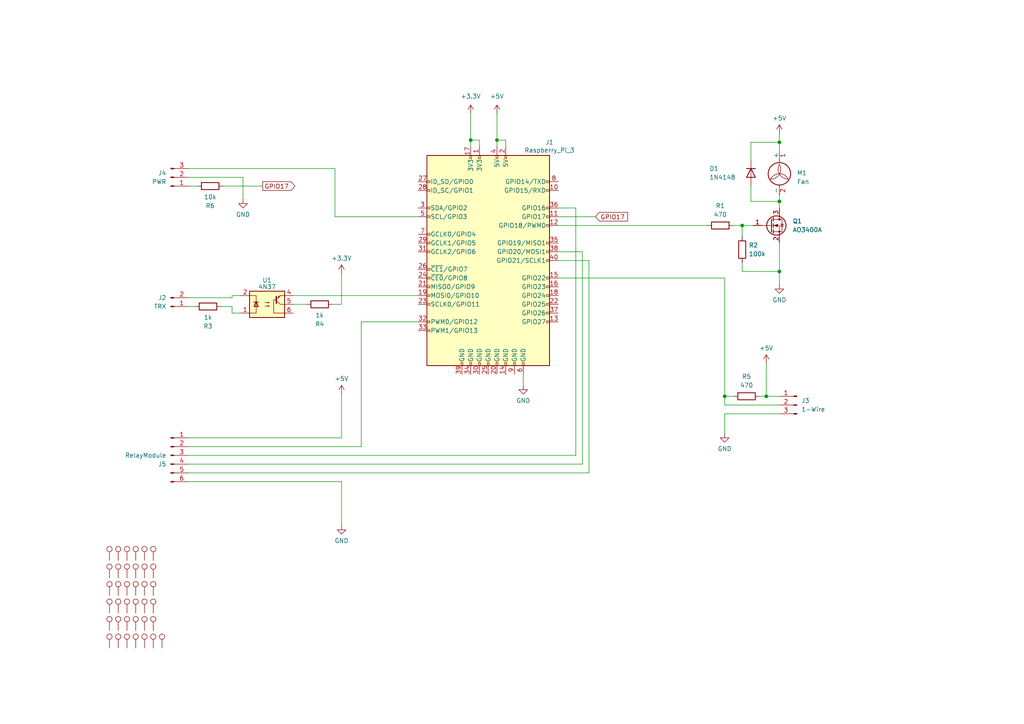
<source format=kicad_sch>
(kicad_sch (version 20231120) (generator "eeschema") (generator_version "8.0")
  (paper "A4")
  (lib_symbols
    (symbol "Connector:Conn_01x02_Pin" (pin_names (offset 1.016) hide)
      (property "Reference" "J" (at 0 2.54 0))
      (property "Value" "Conn_01x02_Pin" (at 0 -5.08 0))
      (symbol "Conn_01x02_Pin_1_1"
        (polyline (pts (xy 1.27 -2.54) (xy 0.8636 -2.54)) (stroke (width 0.1524)))
        (polyline (pts (xy 1.27 0) (xy 0.8636 0)) (stroke (width 0.1524)))
        (rectangle (start 0.8636 -2.413) (end 0 -2.667) (stroke (width 0.1524)) (fill (type outline)))
        (rectangle (start 0.8636 0.127) (end 0 -0.127) (stroke (width 0.1524)) (fill (type outline)))
        (pin passive line (at 5.08 0 180) (length 3.81) (name "Pin_1") (number "1"))
        (pin passive line (at 5.08 -2.54 180) (length 3.81) (name "Pin_2") (number "2"))
      )
    )
    (symbol "Connector:Conn_01x03_Pin" (pin_names (offset 1.016) hide)
      (property "Reference" "J" (at 0 5.08 0))
      (property "Value" "Conn_01x03_Pin" (at 0 -5.08 0))
      (symbol "Conn_01x03_Pin_1_1"
        (polyline (pts (xy 1.27 -2.54) (xy 0.8636 -2.54)) (stroke (width 0.1524)))
        (polyline (pts (xy 1.27 0) (xy 0.8636 0)) (stroke (width 0.1524)))
        (polyline (pts (xy 1.27 2.54) (xy 0.8636 2.54)) (stroke (width 0.1524)))
        (rectangle (start 0.8636 -2.413) (end 0 -2.667) (stroke (width 0.1524)) (fill (type outline)))
        (rectangle (start 0.8636 0.127) (end 0 -0.127) (stroke (width 0.1524)) (fill (type outline)))
        (rectangle (start 0.8636 2.667) (end 0 2.413) (stroke (width 0.1524)) (fill (type outline)))
        (pin passive line (at 5.08 2.54 180) (length 3.81) (name "Pin_1") (number "1"))
        (pin passive line (at 5.08 0 180) (length 3.81) (name "Pin_2") (number "2"))
        (pin passive line (at 5.08 -2.54 180) (length 3.81) (name "Pin_3") (number "3"))
      )
    )
    (symbol "Connector:Conn_01x06_Pin" (pin_names (offset 1.016) hide)
      (property "Reference" "J" (at 0 7.62 0))
      (property "Value" "Conn_01x06_Pin" (at 0 -10.16 0))
      (symbol "Conn_01x06_Pin_1_1"
        (polyline (pts (xy 1.27 -7.62) (xy 0.8636 -7.62)) (stroke (width 0.1524)))
        (polyline (pts (xy 1.27 -5.08) (xy 0.8636 -5.08)) (stroke (width 0.1524)))
        (polyline (pts (xy 1.27 -2.54) (xy 0.8636 -2.54)) (stroke (width 0.1524)))
        (polyline (pts (xy 1.27 0) (xy 0.8636 0)) (stroke (width 0.1524)))
        (polyline (pts (xy 1.27 2.54) (xy 0.8636 2.54)) (stroke (width 0.1524)))
        (polyline (pts (xy 1.27 5.08) (xy 0.8636 5.08)) (stroke (width 0.1524)))
        (rectangle (start 0.8636 -7.493) (end 0 -7.747) (stroke (width 0.1524)) (fill (type outline)))
        (rectangle (start 0.8636 -4.953) (end 0 -5.207) (stroke (width 0.1524)) (fill (type outline)))
        (rectangle (start 0.8636 -2.413) (end 0 -2.667) (stroke (width 0.1524)) (fill (type outline)))
        (rectangle (start 0.8636 0.127) (end 0 -0.127) (stroke (width 0.1524)) (fill (type outline)))
        (rectangle (start 0.8636 2.667) (end 0 2.413) (stroke (width 0.1524)) (fill (type outline)))
        (rectangle (start 0.8636 5.207) (end 0 4.953) (stroke (width 0.1524)) (fill (type outline)))
        (pin passive line (at 5.08 5.08 180) (length 3.81) (name "Pin_1") (number "1"))
        (pin passive line (at 5.08 2.54 180) (length 3.81) (name "Pin_2") (number "2"))
        (pin passive line (at 5.08 0 180) (length 3.81) (name "Pin_3") (number "3"))
        (pin passive line (at 5.08 -2.54 180) (length 3.81) (name "Pin_4") (number "4"))
        (pin passive line (at 5.08 -5.08 180) (length 3.81) (name "Pin_5") (number "5"))
        (pin passive line (at 5.08 -7.62 180) (length 3.81) (name "Pin_6") (number "6"))
      )
    )
    (symbol "Connector:TestPoint" (pin_numbers hide) (pin_names (offset 0.762) hide)
      (property "Reference" "TP" (at 0 6.858 0))
      (property "Value" "TestPoint" (at 0 5.08 0))
      (symbol "TestPoint_0_1"
        (circle (center 0 3.302) (radius 0.762))
      )
      (symbol "TestPoint_1_1"
        (pin passive line (at 0 0 90) (length 2.54) (name "1") (number "1"))
      )
    )
    (symbol "Device:R" (pin_numbers hide) (pin_names (offset 0))
      (property "Reference" "R" (at 2.032 0 90))
      (property "Value" "R" (at 0 0 90))
      (symbol "R_0_1"
        (rectangle (start -1.016 -2.54) (end 1.016 2.54) (stroke (width 0.254)))
      )
      (symbol "R_1_1"
        (pin passive line (at 0 3.81 270) (length 1.27) (name "~") (number "1"))
        (pin passive line (at 0 -3.81 90) (length 1.27) (name "~") (number "2"))
      )
    )
    (symbol "Diode:1N4148W" (pin_numbers hide) (pin_names hide)
      (property "Reference" "D" (at 0 2.54 0))
      (property "Value" "1N4148W" (at 0 -2.54 0))
      (symbol "1N4148W_0_1"
        (polyline (pts (xy -1.27 1.27) (xy -1.27 -1.27)) (stroke (width 0.254)))
        (polyline (pts (xy 1.27 0) (xy -1.27 0)))
        (polyline (pts (xy 1.27 1.27) (xy 1.27 -1.27) (xy -1.27 0) (xy 1.27 1.27)) (stroke (width 0.254)))
      )
      (symbol "1N4148W_1_1"
        (pin passive line (at -3.81 0 0) (length 2.54) (name "K") (number "1"))
        (pin passive line (at 3.81 0 180) (length 2.54) (name "A") (number "2"))
      )
    )
    (symbol "Isolator:4N37" (pin_names (offset 1.016))
      (property "Reference" "U" (at -5.08 5.08 0))
      (property "Value" "4N37" (at 0 5.08 0))
      (symbol "4N37_0_1"
        (rectangle (start -5.08 3.81) (end 5.08 -3.81) (stroke (width 0.254)) (fill (type background)))
        (polyline (pts (xy -3.81 -0.635) (xy -2.54 -0.635)) (stroke (width 0.254)))
        (polyline (pts (xy 2.667 -1.397) (xy 3.81 -2.54)))
        (polyline (pts (xy 2.667 -1.143) (xy 3.81 0)))
        (polyline (pts (xy 3.81 -2.54) (xy 5.08 -2.54)))
        (polyline (pts (xy 3.81 0) (xy 5.08 0)))
        (polyline (pts (xy 2.667 -0.254) (xy 2.667 -2.286) (xy 2.667 -2.286)) (stroke (width 0.3556)))
        (polyline (pts (xy -5.08 -2.54) (xy -3.175 -2.54) (xy -3.175 2.54) (xy -5.08 2.54)))
        (polyline (pts (xy -3.175 -0.635) (xy -3.81 0.635) (xy -2.54 0.635) (xy -3.175 -0.635)) (stroke (width 0.254)))
        (polyline (pts (xy 3.683 -2.413) (xy 3.429 -1.905) (xy 3.175 -2.159) (xy 3.683 -2.413)))
        (polyline (pts (xy 5.08 2.54) (xy 1.905 2.54) (xy 1.905 -1.27) (xy 2.54 -1.27)))
        (polyline (pts (xy -0.635 -0.508) (xy 0.635 -0.508) (xy 0.254 -0.635) (xy 0.254 -0.381) (xy 0.635 -0.508)))
        (polyline (pts (xy -0.635 0.508) (xy 0.635 0.508) (xy 0.254 0.381) (xy 0.254 0.635) (xy 0.635 0.508)))
      )
      (symbol "4N37_1_1"
        (pin passive line (at -7.62 2.54 0) (length 2.54) (name "~") (number "1"))
        (pin passive line (at -7.62 -2.54 0) (length 2.54) (name "~") (number "2"))
        (pin no_connect line (at -5.08 0 0) (length 2.54) hide (name "NC") (number "3"))
        (pin passive line (at 7.62 -2.54 180) (length 2.54) (name "~") (number "4"))
        (pin passive line (at 7.62 0 180) (length 2.54) (name "~") (number "5"))
        (pin passive line (at 7.62 2.54 180) (length 2.54) (name "~") (number "6"))
      )
    )
    (symbol "Motor:Fan" (pin_names (offset 0))
      (property "Reference" "M" (at 2.54 5.08 0))
      (property "Value" "Fan" (at 2.54 -2.54 0))
      (symbol "Fan_0_1"
        (arc (start -2.54 -0.508) (mid 0.0028 0.9121) (end 0 3.81))
        (polyline (pts (xy 0 -5.08) (xy 0 -4.572)))
        (polyline (pts (xy 0 -2.2352) (xy 0 -2.6416)))
        (polyline (pts (xy 0 4.2672) (xy 0 4.6228)))
        (polyline (pts (xy 0 4.572) (xy 0 5.08)))
        (circle (center 0 1.016) (radius 3.2512) (stroke (width 0.254)))
        (arc (start 0 3.81) (mid 0.053 0.921) (end 2.54 -0.508))
        (arc (start 2.54 -0.508) (mid 0 1.0618) (end -2.54 -0.508))
      )
      (symbol "Fan_1_1"
        (pin passive line (at 0 7.62 270) (length 2.54) (name "+") (number "1"))
        (pin passive line (at 0 -5.08 90) (length 2.54) (name "-") (number "2"))
      )
    )
    (symbol "Transistor_FET:AO3400A" (pin_names hide)
      (property "Reference" "Q" (at 5.08 1.905 0))
      (property "Value" "AO3400A" (at 5.08 0 0))
      (symbol "AO3400A_0_1"
        (polyline (pts (xy 0.254 0) (xy -2.54 0)))
        (polyline (pts (xy 0.254 1.905) (xy 0.254 -1.905)) (stroke (width 0.254)))
        (polyline (pts (xy 0.762 -1.27) (xy 0.762 -2.286)) (stroke (width 0.254)))
        (polyline (pts (xy 0.762 0.508) (xy 0.762 -0.508)) (stroke (width 0.254)))
        (polyline (pts (xy 0.762 2.286) (xy 0.762 1.27)) (stroke (width 0.254)))
        (polyline (pts (xy 2.54 2.54) (xy 2.54 1.778)))
        (polyline (pts (xy 2.54 -2.54) (xy 2.54 0) (xy 0.762 0)))
        (polyline (pts (xy 0.762 -1.778) (xy 3.302 -1.778) (xy 3.302 1.778) (xy 0.762 1.778)))
        (polyline (pts (xy 1.016 0) (xy 2.032 0.381) (xy 2.032 -0.381) (xy 1.016 0)) (fill (type outline)))
        (polyline (pts (xy 2.794 0.508) (xy 2.921 0.381) (xy 3.683 0.381) (xy 3.81 0.254)))
        (polyline (pts (xy 3.302 0.381) (xy 2.921 -0.254) (xy 3.683 -0.254) (xy 3.302 0.381)))
        (circle (center 1.651 0) (radius 2.794) (stroke (width 0.254)))
        (circle (center 2.54 -1.778) (radius 0.254) (fill (type outline)))
        (circle (center 2.54 1.778) (radius 0.254) (fill (type outline)))
      )
      (symbol "AO3400A_1_1"
        (pin input line (at -5.08 0 0) (length 2.54) (name "G") (number "1"))
        (pin passive line (at 2.54 -5.08 90) (length 2.54) (name "S") (number "2"))
        (pin passive line (at 2.54 5.08 270) (length 2.54) (name "D") (number "3"))
      )
    )
    (symbol "pihat-rescue:Raspberry_Pi_2_3-Connector" (pin_names (offset 1.016))
      (property "Reference" "J" (at -17.78 31.75 0))
      (property "Value" "Connector_Raspberry_Pi_2_3" (at 10.16 -31.75 0))
      (symbol "Raspberry_Pi_2_3-Connector_0_1"
        (rectangle (start -17.78 30.48) (end 17.78 -30.48) (stroke (width 0.254)) (fill (type background)))
      )
      (symbol "Raspberry_Pi_2_3-Connector_1_1"
        (rectangle (start -16.891 -17.526) (end -17.78 -18.034))
        (rectangle (start -16.891 -14.986) (end -17.78 -15.494))
        (rectangle (start -16.891 -12.446) (end -17.78 -12.954))
        (rectangle (start -16.891 -9.906) (end -17.78 -10.414))
        (rectangle (start -16.891 -7.366) (end -17.78 -7.874))
        (rectangle (start -16.891 -4.826) (end -17.78 -5.334))
        (rectangle (start -16.891 0.254) (end -17.78 -0.254))
        (rectangle (start -16.891 2.794) (end -17.78 2.286))
        (rectangle (start -16.891 5.334) (end -17.78 4.826))
        (rectangle (start -16.891 10.414) (end -17.78 9.906))
        (rectangle (start -16.891 12.954) (end -17.78 12.446))
        (rectangle (start -16.891 15.494) (end -17.78 14.986))
        (rectangle (start -16.891 20.574) (end -17.78 20.066))
        (rectangle (start -16.891 23.114) (end -17.78 22.606))
        (rectangle (start -10.414 -29.591) (end -9.906 -30.48))
        (rectangle (start -7.874 -29.591) (end -7.366 -30.48))
        (rectangle (start -5.334 -29.591) (end -4.826 -30.48))
        (rectangle (start -5.334 30.48) (end -4.826 29.591))
        (rectangle (start -2.794 -29.591) (end -2.286 -30.48))
        (rectangle (start -2.794 30.48) (end -2.286 29.591))
        (rectangle (start -0.254 -29.591) (end 0.254 -30.48))
        (rectangle (start 2.286 -29.591) (end 2.794 -30.48))
        (rectangle (start 2.286 30.48) (end 2.794 29.591))
        (rectangle (start 4.826 -29.591) (end 5.334 -30.48))
        (rectangle (start 4.826 30.48) (end 5.334 29.591))
        (rectangle (start 7.366 -29.591) (end 7.874 -30.48))
        (rectangle (start 17.78 -20.066) (end 16.891 -20.574))
        (rectangle (start 17.78 -17.526) (end 16.891 -18.034))
        (rectangle (start 17.78 -12.446) (end 16.891 -12.954))
        (rectangle (start 17.78 -9.906) (end 16.891 -10.414))
        (rectangle (start 17.78 -7.366) (end 16.891 -7.874))
        (rectangle (start 17.78 -4.826) (end 16.891 -5.334))
        (rectangle (start 17.78 -2.286) (end 16.891 -2.794))
        (rectangle (start 17.78 2.794) (end 16.891 2.286))
        (rectangle (start 17.78 5.334) (end 16.891 4.826))
        (rectangle (start 17.78 7.874) (end 16.891 7.366))
        (rectangle (start 17.78 12.954) (end 16.891 12.446))
        (rectangle (start 17.78 15.494) (end 16.891 14.986))
        (rectangle (start 17.78 20.574) (end 16.891 20.066))
        (rectangle (start 17.78 23.114) (end 16.891 22.606))
        (pin power_in line (at 2.54 33.02 270) (length 2.54) (name "3V3") (number "1"))
        (pin bidirectional line (at -20.32 20.32 0) (length 2.54) (name "GPIO15/RXD") (number "10"))
        (pin bidirectional line (at -20.32 12.7 0) (length 2.54) (name "GPIO17") (number "11"))
        (pin bidirectional line (at -20.32 10.16 0) (length 2.54) (name "GPIO18/PWM0") (number "12"))
        (pin bidirectional line (at -20.32 -17.78 0) (length 2.54) (name "GPIO27") (number "13"))
        (pin power_in line (at -5.08 -33.02 90) (length 2.54) (name "GND") (number "14"))
        (pin bidirectional line (at -20.32 -5.08 0) (length 2.54) (name "GPIO22") (number "15"))
        (pin bidirectional line (at -20.32 -7.62 0) (length 2.54) (name "GPIO23") (number "16"))
        (pin power_in line (at 5.08 33.02 270) (length 2.54) (name "3V3") (number "17"))
        (pin bidirectional line (at -20.32 -10.16 0) (length 2.54) (name "GPIO24") (number "18"))
        (pin bidirectional line (at 20.32 -10.16 180) (length 2.54) (name "MOSI0/GPIO10") (number "19"))
        (pin power_in line (at -5.08 33.02 270) (length 2.54) (name "5V") (number "2"))
        (pin power_in line (at -2.54 -33.02 90) (length 2.54) (name "GND") (number "20"))
        (pin bidirectional line (at 20.32 -7.62 180) (length 2.54) (name "MISO0/GPIO9") (number "21"))
        (pin bidirectional line (at -20.32 -12.7 0) (length 2.54) (name "GPIO25") (number "22"))
        (pin bidirectional line (at 20.32 -12.7 180) (length 2.54) (name "SCLK0/GPIO11") (number "23"))
        (pin bidirectional line (at 20.32 -5.08 180) (length 2.54) (name "~{CE0}/GPIO8") (number "24"))
        (pin power_in line (at 0 -33.02 90) (length 2.54) (name "GND") (number "25"))
        (pin bidirectional line (at 20.32 -2.54 180) (length 2.54) (name "~{CE1}/GPIO7") (number "26"))
        (pin bidirectional line (at 20.32 22.86 180) (length 2.54) (name "ID_SD/GPIO0") (number "27"))
        (pin bidirectional line (at 20.32 20.32 180) (length 2.54) (name "ID_SC/GPIO1") (number "28"))
        (pin bidirectional line (at 20.32 5.08 180) (length 2.54) (name "GCLK1/GPIO5") (number "29"))
        (pin bidirectional line (at 20.32 15.24 180) (length 2.54) (name "SDA/GPIO2") (number "3"))
        (pin power_in line (at 2.54 -33.02 90) (length 2.54) (name "GND") (number "30"))
        (pin bidirectional line (at 20.32 2.54 180) (length 2.54) (name "GCLK2/GPIO6") (number "31"))
        (pin bidirectional line (at 20.32 -17.78 180) (length 2.54) (name "PWM0/GPIO12") (number "32"))
        (pin bidirectional line (at 20.32 -20.32 180) (length 2.54) (name "PWM1/GPIO13") (number "33"))
        (pin power_in line (at 5.08 -33.02 90) (length 2.54) (name "GND") (number "34"))
        (pin bidirectional line (at -20.32 5.08 0) (length 2.54) (name "GPIO19/MISO1") (number "35"))
        (pin bidirectional line (at -20.32 15.24 0) (length 2.54) (name "GPIO16") (number "36"))
        (pin bidirectional line (at -20.32 -15.24 0) (length 2.54) (name "GPIO26") (number "37"))
        (pin bidirectional line (at -20.32 2.54 0) (length 2.54) (name "GPIO20/MOSI1") (number "38"))
        (pin power_in line (at 7.62 -33.02 90) (length 2.54) (name "GND") (number "39"))
        (pin power_in line (at -2.54 33.02 270) (length 2.54) (name "5V") (number "4"))
        (pin bidirectional line (at -20.32 0 0) (length 2.54) (name "GPIO21/SCLK1") (number "40"))
        (pin bidirectional line (at 20.32 12.7 180) (length 2.54) (name "SCL/GPIO3") (number "5"))
        (pin power_in line (at -10.16 -33.02 90) (length 2.54) (name "GND") (number "6"))
        (pin bidirectional line (at 20.32 7.62 180) (length 2.54) (name "GCLK0/GPIO4") (number "7"))
        (pin bidirectional line (at -20.32 22.86 0) (length 2.54) (name "GPIO14/TXD") (number "8"))
        (pin power_in line (at -7.62 -33.02 90) (length 2.54) (name "GND") (number "9"))
      )
    )
    (symbol "power:+3.3V" (power) (pin_numbers hide) (pin_names (offset 0) hide)
      (property "Value" "+3.3V" (at 0 3.556 0))
      (symbol "+3.3V_0_1"
        (polyline (pts (xy -0.762 1.27) (xy 0 2.54)))
        (polyline (pts (xy 0 0) (xy 0 2.54)))
        (polyline (pts (xy 0 2.54) (xy 0.762 1.27)))
      )
      (symbol "+3.3V_1_1"
        (pin power_in line (at 0 0 90) (length 0) (name "~") (number "1"))
      )
    )
    (symbol "power:+5V" (power) (pin_numbers hide) (pin_names (offset 0) hide)
      (property "Value" "+5V" (at 0 3.556 0))
      (symbol "+5V_0_1"
        (polyline (pts (xy -0.762 1.27) (xy 0 2.54)))
        (polyline (pts (xy 0 0) (xy 0 2.54)))
        (polyline (pts (xy 0 2.54) (xy 0.762 1.27)))
      )
      (symbol "+5V_1_1"
        (pin power_in line (at 0 0 90) (length 0) (name "~") (number "1"))
      )
    )
    (symbol "power:GND" (power) (pin_numbers hide) (pin_names (offset 0) hide)
      (property "Value" "GND" (at 0 -3.81 0))
      (symbol "GND_0_1"
        (polyline (pts (xy 0 0) (xy 0 -1.27) (xy 1.27 -1.27) (xy 0 -2.54) (xy -1.27 -1.27) (xy 0 -1.27)))
      )
      (symbol "GND_1_1"
        (pin power_in line (at 0 0 270) (length 0) (name "~") (number "1"))
      )
    )
  )
  (junction (at 210.185 114.935))
  (junction (at 222.25 114.935))
  (junction (at 226.06 41.275))
  (junction (at 226.06 78.74))
  (junction (at 226.06 58.42))
  (junction (at 144.145 40.64))
  (junction (at 136.525 40.64))
  (junction (at 215.265 65.405))
  (wire (pts (xy 168.91 73.025) (xy 161.925 73.025)))
  (wire (pts (xy 97.155 62.865) (xy 97.155 48.895)))
  (wire (pts (xy 64.77 53.975) (xy 76.2 53.975)))
  (wire (pts (xy 226.06 70.485) (xy 226.06 78.74)))
  (wire (pts (xy 212.725 65.405) (xy 215.265 65.405)))
  (wire (pts (xy 215.265 68.58) (xy 215.265 65.405)))
  (wire (pts (xy 54.61 137.16) (xy 170.815 137.16)))
  (wire (pts (xy 54.61 134.62) (xy 168.91 134.62)))
  (wire (pts (xy 226.06 38.735) (xy 226.06 41.275)))
  (wire (pts (xy 54.61 53.975) (xy 57.15 53.975)))
  (wire (pts (xy 67.31 85.725) (xy 67.31 86.36)))
  (wire (pts (xy 161.925 60.325) (xy 167.005 60.325)))
  (wire (pts (xy 99.06 88.265) (xy 99.06 79.375)))
  (wire (pts (xy 215.265 78.74) (xy 226.06 78.74)))
  (wire (pts (xy 144.145 40.64) (xy 146.685 40.64)))
  (wire (pts (xy 210.185 114.935) (xy 212.725 114.935)))
  (wire (pts (xy 168.91 134.62) (xy 168.91 73.025)))
  (wire (pts (xy 136.525 33.02) (xy 136.525 40.64)))
  (wire (pts (xy 85.09 85.725) (xy 121.285 85.725)))
  (wire (pts (xy 210.185 117.475) (xy 226.06 117.475)))
  (wire (pts (xy 69.85 85.725) (xy 67.31 85.725)))
  (wire (pts (xy 217.805 41.275) (xy 217.805 46.355)))
  (wire (pts (xy 54.61 51.435) (xy 70.485 51.435)))
  (wire (pts (xy 210.185 114.935) (xy 210.185 117.475)))
  (wire (pts (xy 226.06 56.515) (xy 226.06 58.42)))
  (wire (pts (xy 99.06 114.3) (xy 99.06 127)))
  (wire (pts (xy 144.145 33.02) (xy 144.145 40.64)))
  (wire (pts (xy 54.61 129.54) (xy 104.775 129.54)))
  (wire (pts (xy 215.265 65.405) (xy 218.44 65.405)))
  (wire (pts (xy 210.185 120.015) (xy 210.185 125.73)))
  (wire (pts (xy 144.145 40.64) (xy 144.145 42.545)))
  (wire (pts (xy 161.925 80.645) (xy 210.185 80.645)))
  (wire (pts (xy 161.925 65.405) (xy 205.105 65.405)))
  (wire (pts (xy 226.06 58.42) (xy 226.06 60.325)))
  (wire (pts (xy 104.775 93.345) (xy 104.775 129.54)))
  (wire (pts (xy 96.52 88.265) (xy 99.06 88.265)))
  (wire (pts (xy 121.285 93.345) (xy 104.775 93.345)))
  (wire (pts (xy 54.61 139.7) (xy 99.06 139.7)))
  (wire (pts (xy 97.155 48.895) (xy 54.61 48.895)))
  (wire (pts (xy 226.06 41.275) (xy 226.06 43.815)))
  (wire (pts (xy 136.525 40.64) (xy 139.065 40.64)))
  (wire (pts (xy 220.345 114.935) (xy 222.25 114.935)))
  (wire (pts (xy 139.065 40.64) (xy 139.065 42.545)))
  (wire (pts (xy 222.25 114.935) (xy 222.25 105.41)))
  (wire (pts (xy 54.61 132.08) (xy 167.005 132.08)))
  (wire (pts (xy 67.31 90.805) (xy 69.85 90.805)))
  (wire (pts (xy 226.06 41.275) (xy 217.805 41.275)))
  (wire (pts (xy 226.06 120.015) (xy 210.185 120.015)))
  (wire (pts (xy 97.155 62.865) (xy 121.285 62.865)))
  (wire (pts (xy 136.525 40.64) (xy 136.525 42.545)))
  (wire (pts (xy 151.765 108.585) (xy 151.765 111.76)))
  (wire (pts (xy 161.925 62.865) (xy 172.72 62.865)))
  (wire (pts (xy 161.925 75.565) (xy 170.815 75.565)))
  (wire (pts (xy 226.06 114.935) (xy 222.25 114.935)))
  (wire (pts (xy 54.61 127) (xy 99.06 127)))
  (wire (pts (xy 210.185 80.645) (xy 210.185 114.935)))
  (wire (pts (xy 226.06 78.74) (xy 226.06 82.55)))
  (wire (pts (xy 170.815 75.565) (xy 170.815 137.16)))
  (wire (pts (xy 215.265 76.2) (xy 215.265 78.74)))
  (wire (pts (xy 64.135 88.9) (xy 67.31 88.9)))
  (wire (pts (xy 167.005 60.325) (xy 167.005 132.08)))
  (wire (pts (xy 226.06 58.42) (xy 217.805 58.42)))
  (wire (pts (xy 99.06 139.7) (xy 99.06 152.4)))
  (wire (pts (xy 217.805 58.42) (xy 217.805 53.975)))
  (wire (pts (xy 146.685 40.64) (xy 146.685 42.545)))
  (wire (pts (xy 54.61 86.36) (xy 67.31 86.36)))
  (wire (pts (xy 67.31 88.9) (xy 67.31 90.805)))
  (wire (pts (xy 85.09 88.265) (xy 88.9 88.265)))
  (wire (pts (xy 54.61 88.9) (xy 56.515 88.9)))
  (wire (pts (xy 70.485 57.785) (xy 70.485 51.435)))
  (global_label "GPIO17" (shape input) (at 172.72 62.865 0) (property "Intersheetrefs" "${INTERSHEET_REFS}" (effects (hide yes))))
  (global_label "GPIO17" (shape output) (at 76.2 53.975 0) (property "Intersheetrefs" "${INTERSHEET_REFS}" (effects (hide yes))))
  (symbol (lib_id "pihat-rescue:Raspberry_Pi_2_3-Connector") (at 141.605 75.565 0) (mirror y) (unit 1)
    (property "Reference" "J1" (at 159.385 41.275 0))
    (property "Value" "Raspberry_Pi_3" (at 159.385 43.5864 0))
    (property "Footprint" "pihat:ESQ-120-14-T-D" (effects (hide yes)))
    (property "Datasheet" "https://www.raspberrypi.org/documentation/hardware/raspberrypi/schematics/rpi_SCH_3bplus_1p0_reduced.pdf" (effects (hide yes)))
  )
  (symbol (lib_id "Connector:TestPoint") (at 36.83 187.96 0) (unit 1)
    (property "Reference" "TP33" (effects (hide yes)))
    (property "Value" "TestPoint" (effects (hide yes)))
    (property "Footprint" "TestPoint:TestPoint_THTPad_D2.0mm_Drill1.0mm" (effects (hide yes)))
    (property "Description" "test point" (effects (hide yes)))
  )
  (symbol (lib_id "Connector:TestPoint") (at 36.83 177.8 0) (unit 1)
    (property "Reference" "TP18" (effects (hide yes)))
    (property "Value" "TestPoint" (effects (hide yes)))
    (property "Footprint" "TestPoint:TestPoint_THTPad_D2.0mm_Drill1.0mm" (effects (hide yes)))
    (property "Description" "test point" (effects (hide yes)))
  )
  (symbol (lib_id "Connector:TestPoint") (at 31.75 187.96 0) (unit 1)
    (property "Reference" "TP31" (effects (hide yes)))
    (property "Value" "TestPoint" (effects (hide yes)))
    (property "Footprint" "TestPoint:TestPoint_THTPad_D2.0mm_Drill1.0mm" (effects (hide yes)))
    (property "Description" "test point" (effects (hide yes)))
  )
  (symbol (lib_id "Connector:TestPoint") (at 31.75 177.8 0) (unit 1)
    (property "Reference" "TP16" (effects (hide yes)))
    (property "Value" "TestPoint" (effects (hide yes)))
    (property "Footprint" "TestPoint:TestPoint_THTPad_D2.0mm_Drill1.0mm" (effects (hide yes)))
    (property "Description" "test point" (effects (hide yes)))
  )
  (symbol (lib_id "Connector:TestPoint") (at 36.83 172.72 0) (unit 1)
    (property "Reference" "TP13" (effects (hide yes)))
    (property "Value" "TestPoint" (effects (hide yes)))
    (property "Footprint" "TestPoint:TestPoint_THTPad_D2.0mm_Drill1.0mm" (effects (hide yes)))
    (property "Description" "test point" (effects (hide yes)))
  )
  (symbol (lib_id "Connector:Conn_01x02_Pin") (at 49.53 88.9 0) (mirror x) (unit 1)
    (property "Reference" "J2" (at 48.26 86.3599 0) (effects (justify right)))
    (property "Value" "TRX" (at 48.26 88.8999 0) (effects (justify right)))
    (property "Footprint" "Connector_PinHeader_2.54mm:PinHeader_1x02_P2.54mm_Horizontal" (effects (hide yes)))
    (property "Description" "Generic connector, single row, 01x02, script generated" (effects (hide yes)))
  )
  (symbol (lib_id "power:GND") (at 151.765 111.76 0) (unit 1)
    (property "Reference" "#PWR06" (effects (hide yes)))
    (property "Value" "GND" (at 151.765 116.205 0))
    (property "Description" "Power symbol creates a global label with name \"GND\" , ground" (effects (hide yes)))
  )
  (symbol (lib_id "Connector:TestPoint") (at 44.45 187.96 0) (unit 1)
    (property "Reference" "TP36" (effects (hide yes)))
    (property "Value" "TestPoint" (effects (hide yes)))
    (property "Footprint" "TestPoint:TestPoint_THTPad_D2.0mm_Drill1.0mm" (effects (hide yes)))
    (property "Description" "test point" (effects (hide yes)))
  )
  (symbol (lib_id "Connector:TestPoint") (at 39.37 182.88 0) (unit 1)
    (property "Reference" "TP24" (effects (hide yes)))
    (property "Value" "TestPoint" (effects (hide yes)))
    (property "Footprint" "TestPoint:TestPoint_THTPad_D2.0mm_Drill1.0mm" (effects (hide yes)))
    (property "Description" "test point" (effects (hide yes)))
  )
  (symbol (lib_id "power:+5V") (at 222.25 105.41 0) (unit 1)
    (property "Reference" "#PWR08" (effects (hide yes)))
    (property "Value" "+5V" (at 222.25 100.965 0))
    (property "Description" "Power symbol creates a global label with name \"+5V\"" (effects (hide yes)))
  )
  (symbol (lib_id "Connector:TestPoint") (at 41.91 177.8 0) (unit 1)
    (property "Reference" "TP20" (effects (hide yes)))
    (property "Value" "TestPoint" (effects (hide yes)))
    (property "Footprint" "TestPoint:TestPoint_THTPad_D2.0mm_Drill1.0mm" (effects (hide yes)))
    (property "Description" "test point" (effects (hide yes)))
  )
  (symbol (lib_id "Device:R") (at 92.71 88.265 90) (mirror x) (unit 1)
    (property "Reference" "R4" (at 92.71 93.98 90))
    (property "Value" "1k" (at 92.71 91.44 90))
    (property "Footprint" "Resistor_SMD:R_0805_2012Metric_Pad1.20x1.40mm_HandSolder" (effects (hide yes)))
    (property "Description" "Resistor" (effects (hide yes)))
  )
  (symbol (lib_id "Device:R") (at 215.265 72.39 0) (unit 1)
    (property "Reference" "R2" (at 217.17 71.1199 0) (effects (justify left)))
    (property "Value" "100k" (at 217.17 73.6599 0) (effects (justify left)))
    (property "Footprint" "Resistor_SMD:R_0805_2012Metric_Pad1.20x1.40mm_HandSolder" (effects (hide yes)))
    (property "Description" "Resistor" (effects (hide yes)))
  )
  (symbol (lib_id "Connector:TestPoint") (at 36.83 182.88 0) (unit 1)
    (property "Reference" "TP23" (effects (hide yes)))
    (property "Value" "TestPoint" (effects (hide yes)))
    (property "Footprint" "TestPoint:TestPoint_THTPad_D2.0mm_Drill1.0mm" (effects (hide yes)))
    (property "Description" "test point" (effects (hide yes)))
  )
  (symbol (lib_id "power:GND") (at 210.185 125.73 0) (unit 1)
    (property "Reference" "#PWR07" (effects (hide yes)))
    (property "Value" "GND" (at 210.185 130.175 0))
    (property "Description" "Power symbol creates a global label with name \"GND\" , ground" (effects (hide yes)))
  )
  (symbol (lib_id "power:+3.3V") (at 136.525 33.02 0) (unit 1)
    (property "Reference" "#PWR04" (effects (hide yes)))
    (property "Value" "+3.3V" (at 136.525 27.94 0))
    (property "Description" "Power symbol creates a global label with name \"+3.3V\"" (effects (hide yes)))
  )
  (symbol (lib_id "Motor:Fan") (at 226.06 51.435 0) (unit 1)
    (property "Reference" "M1" (at 231.14 50.1649 0) (effects (justify left)))
    (property "Value" "Fan" (at 231.14 52.7049 0) (effects (justify left)))
    (property "Footprint" "Connector_PinHeader_2.54mm:PinHeader_1x02_P2.54mm_Horizontal" (effects (hide yes)))
    (property "Description" "Fan" (effects (hide yes)))
  )
  (symbol (lib_id "Device:R") (at 60.325 88.9 90) (mirror x) (unit 1)
    (property "Reference" "R3" (at 60.325 94.615 90))
    (property "Value" "1k" (at 60.325 92.075 90))
    (property "Footprint" "Resistor_SMD:R_0805_2012Metric_Pad1.20x1.40mm_HandSolder" (effects (hide yes)))
    (property "Description" "Resistor" (effects (hide yes)))
  )
  (symbol (lib_id "Connector:TestPoint") (at 31.75 167.64 0) (unit 1)
    (property "Reference" "TP6" (effects (hide yes)))
    (property "Value" "TestPoint" (effects (hide yes)))
    (property "Footprint" "TestPoint:TestPoint_THTPad_D2.0mm_Drill1.0mm" (effects (hide yes)))
    (property "Description" "test point" (effects (hide yes)))
  )
  (symbol (lib_id "Connector:TestPoint") (at 46.99 187.96 0) (unit 1)
    (property "Reference" "TP37" (effects (hide yes)))
    (property "Value" "TestPoint" (effects (hide yes)))
    (property "Footprint" "TestPoint:TestPoint_THTPad_D2.0mm_Drill1.0mm" (effects (hide yes)))
    (property "Description" "test point" (effects (hide yes)))
  )
  (symbol (lib_id "Connector:TestPoint") (at 44.45 162.56 0) (unit 1)
    (property "Reference" "TP26" (effects (hide yes)))
    (property "Value" "TestPoint" (effects (hide yes)))
    (property "Footprint" "TestPoint:TestPoint_THTPad_D2.0mm_Drill1.0mm" (effects (hide yes)))
    (property "Description" "test point" (effects (hide yes)))
  )
  (symbol (lib_id "power:+5V") (at 144.145 33.02 0) (unit 1)
    (property "Reference" "#PWR05" (effects (hide yes)))
    (property "Value" "+5V" (at 144.145 27.94 0))
    (property "Description" "Power symbol creates a global label with name \"+5V\"" (effects (hide yes)))
  )
  (symbol (lib_id "Connector:TestPoint") (at 34.29 172.72 0) (unit 1)
    (property "Reference" "TP12" (effects (hide yes)))
    (property "Value" "TestPoint" (effects (hide yes)))
    (property "Footprint" "TestPoint:TestPoint_THTPad_D2.0mm_Drill1.0mm" (effects (hide yes)))
    (property "Description" "test point" (effects (hide yes)))
  )
  (symbol (lib_id "Connector:TestPoint") (at 39.37 177.8 0) (unit 1)
    (property "Reference" "TP19" (effects (hide yes)))
    (property "Value" "TestPoint" (effects (hide yes)))
    (property "Footprint" "TestPoint:TestPoint_THTPad_D2.0mm_Drill1.0mm" (effects (hide yes)))
    (property "Description" "test point" (effects (hide yes)))
  )
  (symbol (lib_id "power:GND") (at 99.06 152.4 0) (unit 1)
    (property "Reference" "#PWR010" (effects (hide yes)))
    (property "Value" "GND" (at 99.06 156.845 0))
    (property "Description" "Power symbol creates a global label with name \"GND\" , ground" (effects (hide yes)))
  )
  (symbol (lib_id "Connector:Conn_01x03_Pin") (at 231.14 117.475 0) (mirror y) (unit 1)
    (property "Reference" "J3" (at 232.41 116.2049 0) (effects (justify right)))
    (property "Value" "1-Wire" (at 232.41 118.7449 0) (effects (justify right)))
    (property "Footprint" "Connector_PinHeader_2.54mm:PinHeader_1x03_P2.54mm_Horizontal" (effects (hide yes)))
    (property "Description" "Generic connector, single row, 01x03, script generated" (effects (hide yes)))
  )
  (symbol (lib_id "power:+3.3V") (at 99.06 79.375 0) (unit 1)
    (property "Reference" "#PWR03" (effects (hide yes)))
    (property "Value" "+3.3V" (at 99.06 74.93 0))
    (property "Description" "Power symbol creates a global label with name \"+3.3V\"" (effects (hide yes)))
  )
  (symbol (lib_id "Connector:TestPoint") (at 31.75 182.88 0) (unit 1)
    (property "Reference" "TP21" (effects (hide yes)))
    (property "Value" "TestPoint" (effects (hide yes)))
    (property "Footprint" "TestPoint:TestPoint_THTPad_D2.0mm_Drill1.0mm" (effects (hide yes)))
    (property "Description" "test point" (effects (hide yes)))
  )
  (symbol (lib_id "Connector:TestPoint") (at 34.29 177.8 0) (unit 1)
    (property "Reference" "TP17" (effects (hide yes)))
    (property "Value" "TestPoint" (effects (hide yes)))
    (property "Footprint" "TestPoint:TestPoint_THTPad_D2.0mm_Drill1.0mm" (effects (hide yes)))
    (property "Description" "test point" (effects (hide yes)))
  )
  (symbol (lib_id "Connector:TestPoint") (at 41.91 162.56 0) (unit 1)
    (property "Reference" "TP5" (effects (hide yes)))
    (property "Value" "TestPoint" (effects (hide yes)))
    (property "Footprint" "TestPoint:TestPoint_THTPad_D2.0mm_Drill1.0mm" (effects (hide yes)))
    (property "Description" "test point" (effects (hide yes)))
  )
  (symbol (lib_id "Connector:TestPoint") (at 41.91 187.96 0) (unit 1)
    (property "Reference" "TP35" (effects (hide yes)))
    (property "Value" "TestPoint" (effects (hide yes)))
    (property "Footprint" "TestPoint:TestPoint_THTPad_D2.0mm_Drill1.0mm" (effects (hide yes)))
    (property "Description" "test point" (effects (hide yes)))
  )
  (symbol (lib_id "Connector:TestPoint") (at 41.91 172.72 0) (unit 1)
    (property "Reference" "TP15" (effects (hide yes)))
    (property "Value" "TestPoint" (effects (hide yes)))
    (property "Footprint" "TestPoint:TestPoint_THTPad_D2.0mm_Drill1.0mm" (effects (hide yes)))
    (property "Description" "test point" (effects (hide yes)))
  )
  (symbol (lib_id "power:+5V") (at 99.06 114.3 0) (unit 1)
    (property "Reference" "#PWR011" (effects (hide yes)))
    (property "Value" "+5V" (at 99.06 109.855 0))
    (property "Description" "Power symbol creates a global label with name \"+5V\"" (effects (hide yes)))
  )
  (symbol (lib_id "Connector:TestPoint") (at 41.91 182.88 0) (unit 1)
    (property "Reference" "TP25" (effects (hide yes)))
    (property "Value" "TestPoint" (effects (hide yes)))
    (property "Footprint" "TestPoint:TestPoint_THTPad_D2.0mm_Drill1.0mm" (effects (hide yes)))
    (property "Description" "test point" (effects (hide yes)))
  )
  (symbol (lib_id "Diode:1N4148W") (at 217.805 50.165 90) (mirror x) (unit 1)
    (property "Reference" "D1" (at 205.74 48.895 90) (effects (justify right)))
    (property "Value" "1N4148" (at 205.74 51.435 90) (effects (justify right)))
    (property "Footprint" "Diode_SMD:D_SOD-123" (effects (hide yes)))
    (property "Datasheet" "https://www.vishay.com/docs/85748/1n4148w.pdf" (effects (hide yes)))
    (property "Description" "75V 0.15A Fast Switching Diode, SOD-123" (effects (hide yes)))
    (property "Sim.Device" "D" (effects (hide yes)))
    (property "Sim.Pins" "1=K 2=A" (effects (hide yes)))
  )
  (symbol (lib_id "power:GND") (at 226.06 82.55 0) (unit 1)
    (property "Reference" "#PWR02" (effects (hide yes)))
    (property "Value" "GND" (at 226.06 86.995 0))
    (property "Description" "Power symbol creates a global label with name \"GND\" , ground" (effects (hide yes)))
  )
  (symbol (lib_id "Connector:TestPoint") (at 39.37 167.64 0) (unit 1)
    (property "Reference" "TP9" (effects (hide yes)))
    (property "Value" "TestPoint" (effects (hide yes)))
    (property "Footprint" "TestPoint:TestPoint_THTPad_D2.0mm_Drill1.0mm" (effects (hide yes)))
    (property "Description" "test point" (effects (hide yes)))
  )
  (symbol (lib_id "Device:R") (at 60.96 53.975 90) (mirror x) (unit 1)
    (property "Reference" "R6" (at 60.96 59.69 90))
    (property "Value" "10k" (at 60.96 57.15 90))
    (property "Footprint" "Resistor_SMD:R_0805_2012Metric_Pad1.20x1.40mm_HandSolder" (effects (hide yes)))
    (property "Description" "Resistor" (effects (hide yes)))
  )
  (symbol (lib_id "Connector:TestPoint") (at 39.37 172.72 0) (unit 1)
    (property "Reference" "TP14" (effects (hide yes)))
    (property "Value" "TestPoint" (effects (hide yes)))
    (property "Footprint" "TestPoint:TestPoint_THTPad_D2.0mm_Drill1.0mm" (effects (hide yes)))
    (property "Description" "test point" (effects (hide yes)))
  )
  (symbol (lib_id "Connector:TestPoint") (at 44.45 172.72 0) (unit 1)
    (property "Reference" "TP28" (effects (hide yes)))
    (property "Value" "TestPoint" (effects (hide yes)))
    (property "Footprint" "TestPoint:TestPoint_THTPad_D2.0mm_Drill1.0mm" (effects (hide yes)))
    (property "Description" "test point" (effects (hide yes)))
  )
  (symbol (lib_id "Isolator:4N37") (at 77.47 88.265 0) (mirror x) (unit 1)
    (property "Reference" "U1" (at 77.47 81.28 0))
    (property "Value" "4N37" (at 77.47 83.185 0))
    (property "Footprint" "Package_DIP:DIP-6_W7.62mm" (effects (hide yes)))
    (property "Datasheet" "https://www.vishay.com/docs/81181/4n35.pdf" (effects (hide yes)))
    (property "Description" "Optocoupler, Phototransistor Output, with Base Connection, Vce 70V, CTR 100%, Viso 5000V, DIP6" (effects (hide yes)))
  )
  (symbol (lib_id "Connector:TestPoint") (at 34.29 167.64 0) (unit 1)
    (property "Reference" "TP7" (effects (hide yes)))
    (property "Value" "TestPoint" (effects (hide yes)))
    (property "Footprint" "TestPoint:TestPoint_THTPad_D2.0mm_Drill1.0mm" (effects (hide yes)))
    (property "Description" "test point" (effects (hide yes)))
  )
  (symbol (lib_id "power:GND") (at 70.485 57.785 0) (unit 1)
    (property "Reference" "#PWR09" (effects (hide yes)))
    (property "Value" "GND" (at 70.485 62.23 0))
    (property "Description" "Power symbol creates a global label with name \"GND\" , ground" (effects (hide yes)))
  )
  (symbol (lib_id "Connector:TestPoint") (at 31.75 162.56 0) (unit 1)
    (property "Reference" "TP1" (effects (hide yes)))
    (property "Value" "TestPoint" (effects (hide yes)))
    (property "Footprint" "TestPoint:TestPoint_THTPad_D2.0mm_Drill1.0mm" (effects (hide yes)))
    (property "Description" "test point" (effects (hide yes)))
  )
  (symbol (lib_id "Connector:TestPoint") (at 31.75 172.72 0) (unit 1)
    (property "Reference" "TP11" (effects (hide yes)))
    (property "Value" "TestPoint" (effects (hide yes)))
    (property "Footprint" "TestPoint:TestPoint_THTPad_D2.0mm_Drill1.0mm" (effects (hide yes)))
    (property "Description" "test point" (effects (hide yes)))
  )
  (symbol (lib_id "Connector:TestPoint") (at 39.37 187.96 0) (unit 1)
    (property "Reference" "TP34" (effects (hide yes)))
    (property "Value" "TestPoint" (effects (hide yes)))
    (property "Footprint" "TestPoint:TestPoint_THTPad_D2.0mm_Drill1.0mm" (effects (hide yes)))
    (property "Description" "test point" (effects (hide yes)))
  )
  (symbol (lib_id "Connector:TestPoint") (at 36.83 167.64 0) (unit 1)
    (property "Reference" "TP8" (effects (hide yes)))
    (property "Value" "TestPoint" (effects (hide yes)))
    (property "Footprint" "TestPoint:TestPoint_THTPad_D2.0mm_Drill1.0mm" (effects (hide yes)))
    (property "Description" "test point" (effects (hide yes)))
  )
  (symbol (lib_id "Connector:TestPoint") (at 34.29 182.88 0) (unit 1)
    (property "Reference" "TP22" (effects (hide yes)))
    (property "Value" "TestPoint" (effects (hide yes)))
    (property "Footprint" "TestPoint:TestPoint_THTPad_D2.0mm_Drill1.0mm" (effects (hide yes)))
    (property "Description" "test point" (effects (hide yes)))
  )
  (symbol (lib_id "Device:R") (at 208.915 65.405 90) (unit 1)
    (property "Reference" "R1" (at 208.915 59.69 90))
    (property "Value" "470" (at 208.915 62.23 90))
    (property "Footprint" "Resistor_SMD:R_0805_2012Metric_Pad1.20x1.40mm_HandSolder" (effects (hide yes)))
    (property "Description" "Resistor" (effects (hide yes)))
  )
  (symbol (lib_id "Connector:TestPoint") (at 44.45 182.88 0) (unit 1)
    (property "Reference" "TP30" (effects (hide yes)))
    (property "Value" "TestPoint" (effects (hide yes)))
    (property "Footprint" "TestPoint:TestPoint_THTPad_D2.0mm_Drill1.0mm" (effects (hide yes)))
    (property "Description" "test point" (effects (hide yes)))
  )
  (symbol (lib_id "Connector:TestPoint") (at 34.29 162.56 0) (unit 1)
    (property "Reference" "TP2" (effects (hide yes)))
    (property "Value" "TestPoint" (effects (hide yes)))
    (property "Footprint" "TestPoint:TestPoint_THTPad_D2.0mm_Drill1.0mm" (effects (hide yes)))
    (property "Description" "test point" (effects (hide yes)))
  )
  (symbol (lib_id "Connector:TestPoint") (at 39.37 162.56 0) (unit 1)
    (property "Reference" "TP4" (effects (hide yes)))
    (property "Value" "TestPoint" (effects (hide yes)))
    (property "Footprint" "TestPoint:TestPoint_THTPad_D2.0mm_Drill1.0mm" (effects (hide yes)))
    (property "Description" "test point" (effects (hide yes)))
  )
  (symbol (lib_id "Device:R") (at 216.535 114.935 270) (unit 1)
    (property "Reference" "R5" (at 216.535 109.22 90))
    (property "Value" "470" (at 216.535 111.76 90))
    (property "Footprint" "Resistor_SMD:R_0805_2012Metric_Pad1.20x1.40mm_HandSolder" (effects (hide yes)))
    (property "Description" "Resistor" (effects (hide yes)))
  )
  (symbol (lib_id "Connector:TestPoint") (at 41.91 167.64 0) (unit 1)
    (property "Reference" "TP10" (effects (hide yes)))
    (property "Value" "TestPoint" (effects (hide yes)))
    (property "Footprint" "TestPoint:TestPoint_THTPad_D2.0mm_Drill1.0mm" (effects (hide yes)))
    (property "Description" "test point" (effects (hide yes)))
  )
  (symbol (lib_id "Connector:Conn_01x06_Pin") (at 49.53 132.08 0) (unit 1)
    (property "Reference" "J5" (at 48.26 134.6201 0) (effects (justify right)))
    (property "Value" "RelayModule" (at 48.26 132.0801 0) (effects (justify right)))
    (property "Footprint" "Connector_PinHeader_2.54mm:PinHeader_1x06_P2.54mm_Horizontal" (effects (hide yes)))
    (property "Description" "Generic connector, single row, 01x06, script generated" (effects (hide yes)))
  )
  (symbol (lib_id "Transistor_FET:AO3400A") (at 223.52 65.405 0) (unit 1)
    (property "Reference" "Q1" (at 229.87 64.1349 0) (effects (justify left)))
    (property "Value" "AO3400A" (at 229.87 66.6749 0) (effects (justify left)))
    (property "Footprint" "Package_TO_SOT_SMD:SOT-23" (effects (hide yes)))
    (property "Datasheet" "http://www.aosmd.com/pdfs/datasheet/AO3400A.pdf" (effects (hide yes)))
    (property "Description" "30V Vds, 5.7A Id, N-Channel MOSFET, SOT-23" (effects (hide yes)))
  )
  (symbol (lib_id "Connector:TestPoint") (at 44.45 167.64 0) (unit 1)
    (property "Reference" "TP27" (effects (hide yes)))
    (property "Value" "TestPoint" (effects (hide yes)))
    (property "Footprint" "TestPoint:TestPoint_THTPad_D2.0mm_Drill1.0mm" (effects (hide yes)))
    (property "Description" "test point" (effects (hide yes)))
  )
  (symbol (lib_id "power:+5V") (at 226.06 38.735 0) (unit 1)
    (property "Reference" "#PWR01" (effects (hide yes)))
    (property "Value" "+5V" (at 226.06 34.29 0))
    (property "Description" "Power symbol creates a global label with name \"+5V\"" (effects (hide yes)))
  )
  (symbol (lib_id "Connector:TestPoint") (at 44.45 177.8 0) (unit 1)
    (property "Reference" "TP29" (effects (hide yes)))
    (property "Value" "TestPoint" (effects (hide yes)))
    (property "Footprint" "TestPoint:TestPoint_THTPad_D2.0mm_Drill1.0mm" (effects (hide yes)))
    (property "Description" "test point" (effects (hide yes)))
  )
  (symbol (lib_id "Connector:Conn_01x03_Pin") (at 49.53 51.435 0) (mirror x) (unit 1)
    (property "Reference" "J4" (at 48.26 50.1649 0) (effects (justify right)))
    (property "Value" "PWR" (at 48.26 52.7049 0) (effects (justify right)))
    (property "Footprint" "Connector_PinHeader_2.54mm:PinHeader_1x03_P2.54mm_Horizontal" (effects (hide yes)))
    (property "Description" "Generic connector, single row, 01x03, script generated" (effects (hide yes)))
  )
  (symbol (lib_id "Connector:TestPoint") (at 36.83 162.56 0) (unit 1)
    (property "Reference" "TP3" (effects (hide yes)))
    (property "Value" "TestPoint" (effects (hide yes)))
    (property "Footprint" "TestPoint:TestPoint_THTPad_D2.0mm_Drill1.0mm" (effects (hide yes)))
    (property "Description" "test point" (effects (hide yes)))
  )
  (symbol (lib_id "Connector:TestPoint") (at 34.29 187.96 0) (unit 1)
    (property "Reference" "TP32" (effects (hide yes)))
    (property "Value" "TestPoint" (effects (hide yes)))
    (property "Footprint" "TestPoint:TestPoint_THTPad_D2.0mm_Drill1.0mm" (effects (hide yes)))
    (property "Description" "test point" (effects (hide yes)))
  )
)
</source>
